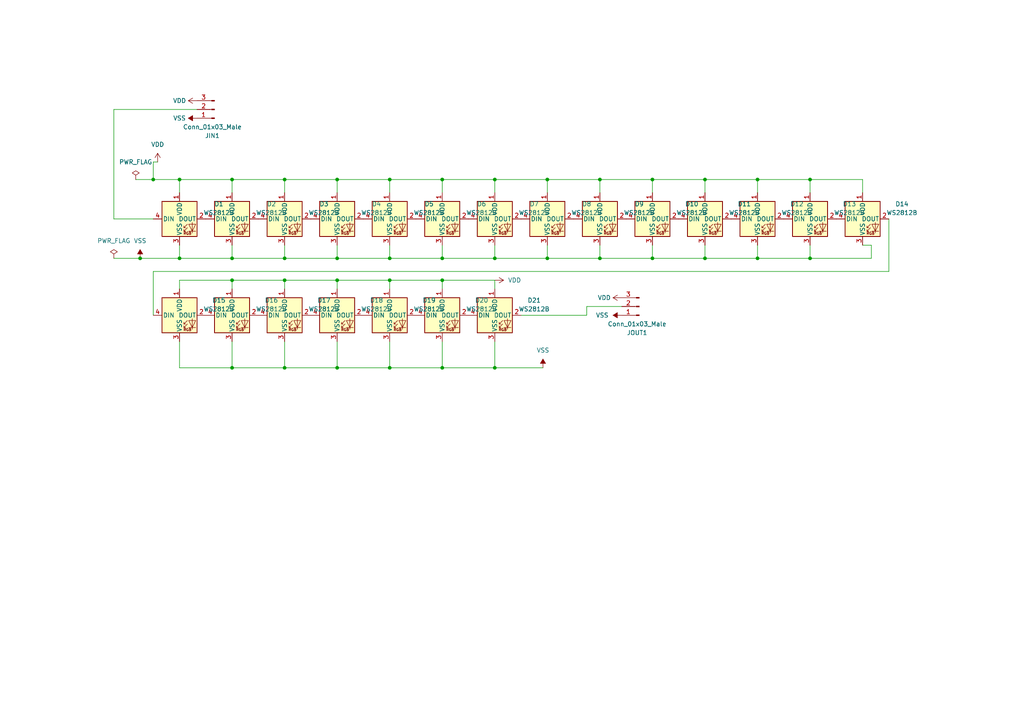
<source format=kicad_sch>
(kicad_sch (version 20211123) (generator eeschema)
  (paper "A4")
  (title_block (title "Seven Segment Digit"))
  (lib_symbols
    (symbol "Connector:Conn_01x03_Male" (pin_names (offset 1.016) hide)
      (property "Reference" "J" (at 0 5.08 0))
      (property "Value" "Conn_01x03_Male" (at 0 -5.08 0))
      (symbol "Conn_01x03_Male_1_1"
        (polyline (pts (xy 1.27 -2.54) (xy 0.8636 -2.54)) (stroke (width 0.1524)))
        (polyline (pts (xy 1.27 0) (xy 0.8636 0)) (stroke (width 0.1524)))
        (polyline (pts (xy 1.27 2.54) (xy 0.8636 2.54)) (stroke (width 0.1524)))
        (rectangle (start 0.8636 -2.413) (end 0 -2.667) (stroke (width 0.1524)) (fill (type outline)))
        (rectangle (start 0.8636 0.127) (end 0 -0.127) (stroke (width 0.1524)) (fill (type outline)))
        (rectangle (start 0.8636 2.667) (end 0 2.413) (stroke (width 0.1524)) (fill (type outline)))
        (pin passive line (at 5.08 2.54 180) (length 3.81) (name "Pin_1") (number "1"))
        (pin passive line (at 5.08 0 180) (length 3.81) (name "Pin_2") (number "2"))
        (pin passive line (at 5.08 -2.54 180) (length 3.81) (name "Pin_3") (number "3"))
      )
    )
    (symbol "LED:WS2812B" (pin_names (offset 0.254))
      (property "Reference" "D" (at 5.08 5.715 0))
      (property "Value" "WS2812B" (at 1.27 -5.715 0))
      (symbol "WS2812B_0_0"
        (text "RGB" (at 2.286 -4.191 0) (effects (font (size 0.762 0.762))))
      )
      (symbol "WS2812B_0_1"
        (polyline (pts (xy 1.27 -3.556) (xy 1.778 -3.556)))
        (polyline (pts (xy 1.27 -2.54) (xy 1.778 -2.54)))
        (polyline (pts (xy 4.699 -3.556) (xy 2.667 -3.556)))
        (polyline (pts (xy 2.286 -2.54) (xy 1.27 -3.556) (xy 1.27 -3.048)))
        (polyline (pts (xy 2.286 -1.524) (xy 1.27 -2.54) (xy 1.27 -2.032)))
        (polyline (pts (xy 3.683 -1.016) (xy 3.683 -3.556) (xy 3.683 -4.064)))
        (polyline (pts (xy 4.699 -1.524) (xy 2.667 -1.524) (xy 3.683 -3.556) (xy 4.699 -1.524)))
        (rectangle (start 5.08 5.08) (end -5.08 -5.08) (stroke (width 0.254)) (fill (type background)))
      )
      (symbol "WS2812B_1_1"
        (pin power_in line (at 0 7.62 270) (length 2.54) (name "VDD") (number "1"))
        (pin output line (at 7.62 0 180) (length 2.54) (name "DOUT") (number "2"))
        (pin power_in line (at 0 -7.62 90) (length 2.54) (name "VSS") (number "3"))
        (pin input line (at -7.62 0 0) (length 2.54) (name "DIN") (number "4"))
      )
    )
    (symbol "power:PWR_FLAG" (power) (pin_numbers hide) (pin_names (offset 0) hide)
      (property "Value" "PWR_FLAG" (at 0 3.81 0))
      (symbol "PWR_FLAG_0_0"
        (pin power_out line (at 0 0 90) (length 0) (name "pwr") (number "1"))
      )
      (symbol "PWR_FLAG_0_1"
        (polyline (pts (xy 0 0) (xy 0 1.27) (xy -1.016 1.905) (xy 0 2.54) (xy 1.016 1.905) (xy 0 1.27)))
      )
    )
    (symbol "power:VDD" (power) (pin_names (offset 0))
      (property "Value" "VDD" (at 0 3.81 0))
      (symbol "VDD_0_1"
        (polyline (pts (xy -0.762 1.27) (xy 0 2.54)))
        (polyline (pts (xy 0 0) (xy 0 2.54)))
        (polyline (pts (xy 0 2.54) (xy 0.762 1.27)))
      )
      (symbol "VDD_1_1"
        (pin power_in line (at 0 0 90) (length 0) hide (name "VDD") (number "1"))
      )
    )
    (symbol "power:VSS" (power) (pin_names (offset 0))
      (property "Value" "VSS" (at 0 3.81 0))
      (symbol "VSS_0_1"
        (polyline (pts (xy 0 0) (xy 0 2.54)))
        (polyline (pts (xy 0.762 1.27) (xy -0.762 1.27) (xy 0 2.54) (xy 0.762 1.27)) (fill (type outline)))
      )
      (symbol "VSS_1_1"
        (pin power_in line (at 0 0 90) (length 0) hide (name "VSS") (number "1"))
      )
    )
  )
  (junction (at 113.03 52.07))
  (junction (at 113.03 81.28))
  (junction (at 67.31 106.68))
  (junction (at 143.51 74.93))
  (junction (at 128.27 81.28))
  (junction (at 113.03 74.93))
  (junction (at 97.79 106.68))
  (junction (at 173.99 74.93))
  (junction (at 173.99 52.07))
  (junction (at 234.95 74.93))
  (junction (at 97.79 52.07))
  (junction (at 189.23 52.07))
  (junction (at 97.79 81.28))
  (junction (at 82.55 81.28))
  (junction (at 219.71 74.93))
  (junction (at 52.07 52.07))
  (junction (at 128.27 74.93))
  (junction (at 143.51 106.68))
  (junction (at 44.45 52.07))
  (junction (at 189.23 74.93))
  (junction (at 113.03 106.68))
  (junction (at 40.64 74.93))
  (junction (at 67.31 52.07))
  (junction (at 82.55 106.68))
  (junction (at 204.47 52.07))
  (junction (at 67.31 74.93))
  (junction (at 128.27 52.07))
  (junction (at 143.51 52.07))
  (junction (at 82.55 52.07))
  (junction (at 52.07 74.93))
  (junction (at 158.75 74.93))
  (junction (at 97.79 74.93))
  (junction (at 67.31 81.28))
  (junction (at 158.75 52.07))
  (junction (at 234.95 52.07))
  (junction (at 219.71 52.07))
  (junction (at 204.47 74.93))
  (junction (at 128.27 106.68))
  (junction (at 82.55 74.93))
  (wire (pts (xy 52.07 106.68) (xy 67.31 106.68)))
  (wire (pts (xy 189.23 71.12) (xy 189.23 74.93)))
  (wire (pts (xy 57.15 31.75) (xy 33.02 31.75)))
  (wire (pts (xy 158.75 52.07) (xy 173.99 52.07)))
  (wire (pts (xy 113.03 52.07) (xy 128.27 52.07)))
  (wire (pts (xy 158.75 71.12) (xy 158.75 74.93)))
  (wire (pts (xy 113.03 81.28) (xy 113.03 83.82)))
  (wire (pts (xy 67.31 81.28) (xy 67.31 83.82)))
  (wire (pts (xy 113.03 52.07) (xy 113.03 55.88)))
  (wire (pts (xy 234.95 71.12) (xy 234.95 74.93)))
  (wire (pts (xy 52.07 81.28) (xy 52.07 83.82)))
  (wire (pts (xy 52.07 52.07) (xy 67.31 52.07)))
  (wire (pts (xy 44.45 46.99) (xy 44.45 52.07)))
  (wire (pts (xy 158.75 74.93) (xy 173.99 74.93)))
  (wire (pts (xy 170.18 88.9) (xy 180.34 88.9)))
  (wire (pts (xy 257.81 63.5) (xy 257.81 78.74)))
  (wire (pts (xy 143.51 74.93) (xy 158.75 74.93)))
  (wire (pts (xy 97.79 81.28) (xy 97.79 83.82)))
  (wire (pts (xy 82.55 71.12) (xy 82.55 74.93)))
  (wire (pts (xy 97.79 81.28) (xy 82.55 81.28)))
  (wire (pts (xy 204.47 52.07) (xy 204.47 55.88)))
  (wire (pts (xy 143.51 81.28) (xy 128.27 81.28)))
  (wire (pts (xy 143.51 52.07) (xy 158.75 52.07)))
  (wire (pts (xy 204.47 74.93) (xy 219.71 74.93)))
  (wire (pts (xy 128.27 74.93) (xy 143.51 74.93)))
  (wire (pts (xy 82.55 81.28) (xy 82.55 83.82)))
  (wire (pts (xy 82.55 99.06) (xy 82.55 106.68)))
  (wire (pts (xy 257.81 78.74) (xy 44.45 78.74)))
  (wire (pts (xy 143.51 99.06) (xy 143.51 106.68)))
  (wire (pts (xy 250.19 52.07) (xy 250.19 55.88)))
  (wire (pts (xy 219.71 74.93) (xy 234.95 74.93)))
  (wire (pts (xy 67.31 106.68) (xy 82.55 106.68)))
  (wire (pts (xy 113.03 99.06) (xy 113.03 106.68)))
  (wire (pts (xy 33.02 31.75) (xy 33.02 63.5)))
  (wire (pts (xy 128.27 52.07) (xy 128.27 55.88)))
  (wire (pts (xy 67.31 99.06) (xy 67.31 106.68)))
  (wire (pts (xy 97.79 71.12) (xy 97.79 74.93)))
  (wire (pts (xy 173.99 71.12) (xy 173.99 74.93)))
  (wire (pts (xy 143.51 52.07) (xy 143.51 55.88)))
  (wire (pts (xy 44.45 78.74) (xy 44.45 91.44)))
  (wire (pts (xy 204.47 71.12) (xy 204.47 74.93)))
  (wire (pts (xy 52.07 71.12) (xy 52.07 74.93)))
  (wire (pts (xy 113.03 71.12) (xy 113.03 74.93)))
  (wire (pts (xy 158.75 52.07) (xy 158.75 55.88)))
  (wire (pts (xy 219.71 52.07) (xy 234.95 52.07)))
  (wire (pts (xy 67.31 52.07) (xy 82.55 52.07)))
  (wire (pts (xy 97.79 74.93) (xy 113.03 74.93)))
  (wire (pts (xy 67.31 52.07) (xy 67.31 55.88)))
  (wire (pts (xy 173.99 52.07) (xy 189.23 52.07)))
  (wire (pts (xy 234.95 74.93) (xy 252.73 74.93)))
  (wire (pts (xy 82.55 106.68) (xy 97.79 106.68)))
  (wire (pts (xy 143.51 71.12) (xy 143.51 74.93)))
  (wire (pts (xy 67.31 81.28) (xy 52.07 81.28)))
  (wire (pts (xy 128.27 52.07) (xy 143.51 52.07)))
  (wire (pts (xy 97.79 52.07) (xy 113.03 52.07)))
  (wire (pts (xy 39.37 52.07) (xy 44.45 52.07)))
  (wire (pts (xy 219.71 71.12) (xy 219.71 74.93)))
  (wire (pts (xy 204.47 52.07) (xy 219.71 52.07)))
  (wire (pts (xy 189.23 52.07) (xy 189.23 55.88)))
  (wire (pts (xy 113.03 81.28) (xy 97.79 81.28)))
  (wire (pts (xy 82.55 52.07) (xy 97.79 52.07)))
  (wire (pts (xy 128.27 99.06) (xy 128.27 106.68)))
  (wire (pts (xy 44.45 52.07) (xy 52.07 52.07)))
  (wire (pts (xy 82.55 81.28) (xy 67.31 81.28)))
  (wire (pts (xy 82.55 52.07) (xy 82.55 55.88)))
  (wire (pts (xy 170.18 91.44) (xy 170.18 88.9)))
  (wire (pts (xy 97.79 106.68) (xy 113.03 106.68)))
  (wire (pts (xy 97.79 99.06) (xy 97.79 106.68)))
  (wire (pts (xy 45.72 46.99) (xy 44.45 46.99)))
  (wire (pts (xy 173.99 74.93) (xy 189.23 74.93)))
  (wire (pts (xy 82.55 74.93) (xy 97.79 74.93)))
  (wire (pts (xy 252.73 74.93) (xy 252.73 71.12)))
  (wire (pts (xy 52.07 74.93) (xy 67.31 74.93)))
  (wire (pts (xy 40.64 74.93) (xy 52.07 74.93)))
  (wire (pts (xy 252.73 71.12) (xy 250.19 71.12)))
  (wire (pts (xy 143.51 106.68) (xy 157.48 106.68)))
  (wire (pts (xy 52.07 99.06) (xy 52.07 106.68)))
  (wire (pts (xy 234.95 52.07) (xy 250.19 52.07)))
  (wire (pts (xy 128.27 81.28) (xy 128.27 83.82)))
  (wire (pts (xy 173.99 52.07) (xy 173.99 55.88)))
  (wire (pts (xy 52.07 52.07) (xy 52.07 55.88)))
  (wire (pts (xy 189.23 74.93) (xy 204.47 74.93)))
  (wire (pts (xy 33.02 63.5) (xy 44.45 63.5)))
  (wire (pts (xy 113.03 74.93) (xy 128.27 74.93)))
  (wire (pts (xy 128.27 71.12) (xy 128.27 74.93)))
  (wire (pts (xy 143.51 81.28) (xy 143.51 83.82)))
  (wire (pts (xy 67.31 74.93) (xy 82.55 74.93)))
  (wire (pts (xy 67.31 71.12) (xy 67.31 74.93)))
  (wire (pts (xy 234.95 52.07) (xy 234.95 55.88)))
  (wire (pts (xy 128.27 106.68) (xy 143.51 106.68)))
  (wire (pts (xy 33.02 74.93) (xy 40.64 74.93)))
  (wire (pts (xy 151.13 91.44) (xy 170.18 91.44)))
  (wire (pts (xy 113.03 106.68) (xy 128.27 106.68)))
  (wire (pts (xy 128.27 81.28) (xy 113.03 81.28)))
  (wire (pts (xy 189.23 52.07) (xy 204.47 52.07)))
  (wire (pts (xy 219.71 52.07) (xy 219.71 55.88)))
  (wire (pts (xy 97.79 52.07) (xy 97.79 55.88)))
  (symbol (lib_id "LED:WS2812B") (at 219.71 63.5 0) (unit 1)
    (property "Reference" "D12" (at 231.14 59.1693 0))
    (property "Value" "WS2812B" (at 231.14 61.7093 0))
    (property "Footprint" "LED_SMD:LED_WS2812B_PLCC4_5.0x5.0mm_P3.2mm" (effects hide))
    (property "Datasheet" "https://cdn-shop.adafruit.com/datasheets/WS2812B.pdf" (effects hide))
  )
  (symbol (lib_id "LED:WS2812B") (at 113.03 63.5 0) (unit 1)
    (property "Reference" "D5" (at 124.46 59.1693 0))
    (property "Value" "WS2812B" (at 124.46 61.7093 0))
    (property "Footprint" "LED_SMD:LED_WS2812B_PLCC4_5.0x5.0mm_P3.2mm" (effects hide))
    (property "Datasheet" "https://cdn-shop.adafruit.com/datasheets/WS2812B.pdf" (effects hide))
  )
  (symbol (lib_id "LED:WS2812B") (at 67.31 91.44 0) (unit 1)
    (property "Reference" "D16" (at 78.74 87.1093 0))
    (property "Value" "WS2812B" (at 78.74 89.6493 0))
    (property "Footprint" "LED_SMD:LED_WS2812B_PLCC4_5.0x5.0mm_P3.2mm" (effects hide))
    (property "Datasheet" "https://cdn-shop.adafruit.com/datasheets/WS2812B.pdf" (effects hide))
  )
  (symbol (lib_id "LED:WS2812B") (at 82.55 63.5 0) (unit 1)
    (property "Reference" "D3" (at 93.98 59.1693 0))
    (property "Value" "WS2812B" (at 93.98 61.7093 0))
    (property "Footprint" "LED_SMD:LED_WS2812B_PLCC4_5.0x5.0mm_P3.2mm" (effects hide))
    (property "Datasheet" "https://cdn-shop.adafruit.com/datasheets/WS2812B.pdf" (effects hide))
  )
  (symbol (lib_id "power:VDD") (at 57.15 29.21 90) (unit 1)
    (property "Reference" "#PWR03" (effects hide))
    (property "Value" "VDD" (at 52.07 29.21 90))
  )
  (symbol (lib_id "LED:WS2812B") (at 143.51 63.5 0) (unit 1)
    (property "Reference" "D7" (at 154.94 59.1693 0))
    (property "Value" "WS2812B" (at 154.94 61.7093 0))
    (property "Footprint" "LED_SMD:LED_WS2812B_PLCC4_5.0x5.0mm_P3.2mm" (effects hide))
    (property "Datasheet" "https://cdn-shop.adafruit.com/datasheets/WS2812B.pdf" (effects hide))
  )
  (symbol (lib_id "power:VSS") (at 180.34 91.44 90) (unit 1)
    (property "Reference" "#PWR08" (effects hide))
    (property "Value" "VSS" (at 176.53 91.4399 90) (effects (justify left)))
  )
  (symbol (lib_id "power:VDD") (at 180.34 86.36 90) (unit 1)
    (property "Reference" "#PWR07" (effects hide))
    (property "Value" "VDD" (at 175.26 86.36 90))
  )
  (symbol (lib_id "power:VDD") (at 45.72 46.99 0) (unit 1)
    (property "Reference" "#PWR02" (effects hide))
    (property "Value" "VDD" (at 45.72 41.91 0))
  )
  (symbol (lib_id "LED:WS2812B") (at 234.95 63.5 0) (unit 1)
    (property "Reference" "D13" (at 246.38 59.1693 0))
    (property "Value" "WS2812B" (at 246.38 61.7093 0))
    (property "Footprint" "LED_SMD:LED_WS2812B_PLCC4_5.0x5.0mm_P3.2mm" (effects hide))
    (property "Datasheet" "https://cdn-shop.adafruit.com/datasheets/WS2812B.pdf" (effects hide))
  )
  (symbol (lib_id "power:VDD") (at 143.51 81.28 270) (unit 1)
    (property "Reference" "#PWR05" (effects hide))
    (property "Value" "VDD" (at 147.32 81.2799 90) (effects (justify left)))
  )
  (symbol (lib_id "LED:WS2812B") (at 52.07 91.44 0) (unit 1)
    (property "Reference" "D15" (at 63.5 87.1093 0))
    (property "Value" "WS2812B" (at 63.5 89.6493 0))
    (property "Footprint" "LED_SMD:LED_WS2812B_PLCC4_5.0x5.0mm_P3.2mm" (effects hide))
    (property "Datasheet" "https://cdn-shop.adafruit.com/datasheets/WS2812B.pdf" (effects hide))
  )
  (symbol (lib_id "LED:WS2812B") (at 204.47 63.5 0) (unit 1)
    (property "Reference" "D11" (at 215.9 59.1693 0))
    (property "Value" "WS2812B" (at 215.9 61.7093 0))
    (property "Footprint" "LED_SMD:LED_WS2812B_PLCC4_5.0x5.0mm_P3.2mm" (effects hide))
    (property "Datasheet" "https://cdn-shop.adafruit.com/datasheets/WS2812B.pdf" (effects hide))
  )
  (symbol (lib_id "LED:WS2812B") (at 97.79 63.5 0) (unit 1)
    (property "Reference" "D4" (at 109.22 59.1693 0))
    (property "Value" "WS2812B" (at 109.22 61.7093 0))
    (property "Footprint" "LED_SMD:LED_WS2812B_PLCC4_5.0x5.0mm_P3.2mm" (effects hide))
    (property "Datasheet" "https://cdn-shop.adafruit.com/datasheets/WS2812B.pdf" (effects hide))
  )
  (symbol (lib_id "LED:WS2812B") (at 113.03 91.44 0) (unit 1)
    (property "Reference" "D19" (at 124.46 87.1093 0))
    (property "Value" "WS2812B" (at 124.46 89.6493 0))
    (property "Footprint" "LED_SMD:LED_WS2812B_PLCC4_5.0x5.0mm_P3.2mm" (effects hide))
    (property "Datasheet" "https://cdn-shop.adafruit.com/datasheets/WS2812B.pdf" (effects hide))
  )
  (symbol (lib_id "power:PWR_FLAG") (at 39.37 52.07 0) (unit 1)
    (property "Reference" "#FLG0101" (effects hide))
    (property "Value" "PWR_FLAG" (at 39.37 46.99 0))
  )
  (symbol (lib_id "LED:WS2812B") (at 250.19 63.5 0) (unit 1)
    (property "Reference" "D14" (at 261.62 59.1693 0))
    (property "Value" "WS2812B" (at 261.62 61.7093 0))
    (property "Footprint" "LED_SMD:LED_WS2812B_PLCC4_5.0x5.0mm_P3.2mm" (effects hide))
    (property "Datasheet" "https://cdn-shop.adafruit.com/datasheets/WS2812B.pdf" (effects hide))
  )
  (symbol (lib_id "LED:WS2812B") (at 189.23 63.5 0) (unit 1)
    (property "Reference" "D10" (at 200.66 59.1693 0))
    (property "Value" "WS2812B" (at 200.66 61.7093 0))
    (property "Footprint" "LED_SMD:LED_WS2812B_PLCC4_5.0x5.0mm_P3.2mm" (effects hide))
    (property "Datasheet" "https://cdn-shop.adafruit.com/datasheets/WS2812B.pdf" (effects hide))
  )
  (symbol (lib_id "LED:WS2812B") (at 97.79 91.44 0) (unit 1)
    (property "Reference" "D18" (at 109.22 87.1093 0))
    (property "Value" "WS2812B" (at 109.22 89.6493 0))
    (property "Footprint" "LED_SMD:LED_WS2812B_PLCC4_5.0x5.0mm_P3.2mm" (effects hide))
    (property "Datasheet" "https://cdn-shop.adafruit.com/datasheets/WS2812B.pdf" (effects hide))
  )
  (symbol (lib_id "power:VSS") (at 40.64 74.93 0) (unit 1)
    (property "Reference" "#PWR01" (effects hide))
    (property "Value" "VSS" (at 40.64 69.85 0))
  )
  (symbol (lib_id "Connector:Conn_01x03_Male") (at 185.42 88.9 180) (unit 1)
    (property "Reference" "JOUT1" (at 184.785 96.52 0))
    (property "Value" "Conn_01x03_Male" (at 184.785 93.98 0))
    (property "Footprint" "Connector_JST:JST_PH_B3B-PH-K_1x03_P2.00mm_Vertical" (effects hide))
  )
  (symbol (lib_id "Connector:Conn_01x03_Male") (at 62.23 31.75 180) (unit 1)
    (property "Reference" "JIN1" (at 61.595 39.37 0))
    (property "Value" "Conn_01x03_Male" (at 61.595 36.83 0))
    (property "Footprint" "Connector_JST:JST_PH_B3B-PH-K_1x03_P2.00mm_Vertical" (effects hide))
  )
  (symbol (lib_id "LED:WS2812B") (at 173.99 63.5 0) (unit 1)
    (property "Reference" "D9" (at 185.42 59.1693 0))
    (property "Value" "WS2812B" (at 185.42 61.7093 0))
    (property "Footprint" "LED_SMD:LED_WS2812B_PLCC4_5.0x5.0mm_P3.2mm" (effects hide))
    (property "Datasheet" "https://cdn-shop.adafruit.com/datasheets/WS2812B.pdf" (effects hide))
  )
  (symbol (lib_id "LED:WS2812B") (at 67.31 63.5 0) (unit 1)
    (property "Reference" "D2" (at 78.74 59.1693 0))
    (property "Value" "WS2812B" (at 78.74 61.7093 0))
    (property "Footprint" "LED_SMD:LED_WS2812B_PLCC4_5.0x5.0mm_P3.2mm" (effects hide))
    (property "Datasheet" "https://cdn-shop.adafruit.com/datasheets/WS2812B.pdf" (effects hide))
  )
  (symbol (lib_id "LED:WS2812B") (at 128.27 91.44 0) (unit 1)
    (property "Reference" "D20" (at 139.7 87.1093 0))
    (property "Value" "WS2812B" (at 139.7 89.6493 0))
    (property "Footprint" "LED_SMD:LED_WS2812B_PLCC4_5.0x5.0mm_P3.2mm" (effects hide))
    (property "Datasheet" "https://cdn-shop.adafruit.com/datasheets/WS2812B.pdf" (effects hide))
  )
  (symbol (lib_id "power:PWR_FLAG") (at 33.02 74.93 0) (unit 1)
    (property "Reference" "#FLG0102" (effects hide))
    (property "Value" "PWR_FLAG" (at 33.02 69.85 0))
  )
  (symbol (lib_id "LED:WS2812B") (at 143.51 91.44 0) (unit 1)
    (property "Reference" "D21" (at 154.94 87.1093 0))
    (property "Value" "WS2812B" (at 154.94 89.6493 0))
    (property "Footprint" "LED_SMD:LED_WS2812B_PLCC4_5.0x5.0mm_P3.2mm" (effects hide))
    (property "Datasheet" "https://cdn-shop.adafruit.com/datasheets/WS2812B.pdf" (effects hide))
  )
  (symbol (lib_id "power:VSS") (at 157.48 106.68 0) (unit 1)
    (property "Reference" "#PWR06" (effects hide))
    (property "Value" "VSS" (at 157.48 101.6 0))
  )
  (symbol (lib_id "power:VSS") (at 57.15 34.29 90) (unit 1)
    (property "Reference" "#PWR04" (effects hide))
    (property "Value" "VSS" (at 52.07 34.29 90))
  )
  (symbol (lib_id "LED:WS2812B") (at 52.07 63.5 0) (unit 1)
    (property "Reference" "D1" (at 63.5 59.1693 0))
    (property "Value" "WS2812B" (at 63.5 61.7093 0))
    (property "Footprint" "LED_SMD:LED_WS2812B_PLCC4_5.0x5.0mm_P3.2mm" (effects hide))
    (property "Datasheet" "https://cdn-shop.adafruit.com/datasheets/WS2812B.pdf" (effects hide))
    (property "LCSC" "C2846931" (effects hide))
  )
  (symbol (lib_id "LED:WS2812B") (at 82.55 91.44 0) (unit 1)
    (property "Reference" "D17" (at 93.98 87.1093 0))
    (property "Value" "WS2812B" (at 93.98 89.6493 0))
    (property "Footprint" "LED_SMD:LED_WS2812B_PLCC4_5.0x5.0mm_P3.2mm" (effects hide))
    (property "Datasheet" "https://cdn-shop.adafruit.com/datasheets/WS2812B.pdf" (effects hide))
  )
  (symbol (lib_id "LED:WS2812B") (at 158.75 63.5 0) (unit 1)
    (property "Reference" "D8" (at 170.18 59.1693 0))
    (property "Value" "WS2812B" (at 170.18 61.7093 0))
    (property "Footprint" "LED_SMD:LED_WS2812B_PLCC4_5.0x5.0mm_P3.2mm" (effects hide))
    (property "Datasheet" "https://cdn-shop.adafruit.com/datasheets/WS2812B.pdf" (effects hide))
  )
  (symbol (lib_id "LED:WS2812B") (at 128.27 63.5 0) (unit 1)
    (property "Reference" "D6" (at 139.7 59.1693 0))
    (property "Value" "WS2812B" (at 139.7 61.7093 0))
    (property "Footprint" "LED_SMD:LED_WS2812B_PLCC4_5.0x5.0mm_P3.2mm" (effects hide))
    (property "Datasheet" "https://cdn-shop.adafruit.com/datasheets/WS2812B.pdf" (effects hide))
  )
)
</source>
